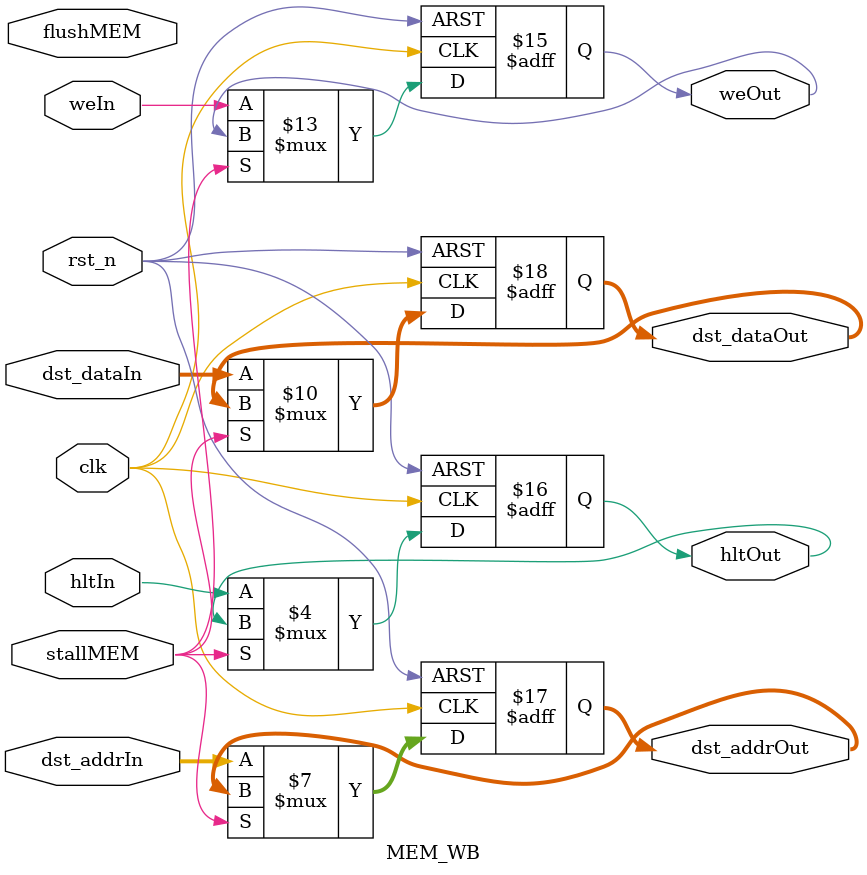
<source format=v>
module MEM_WB(hltOut, weOut, dst_dataOut, dst_addrOut,
			  /*input*/
			  hltIn, weIn, dst_dataIn, dst_addrIn, stallMEM, flushMEM, clk, rst_n);
	output reg weOut, hltOut;
	output reg [3:0] dst_addrOut;
	output reg [15:0] dst_dataOut;

	input weIn, stallMEM, flushMEM, clk, rst_n, hltIn;
	input [3:0] dst_addrIn;
	input [15:0] dst_dataIn;

	always @(posedge clk, negedge rst_n)
		if(!rst_n)
		begin
			weOut<=0;
			dst_dataOut<=0;
			dst_addrOut<=0;
			hltOut <=0;
		end
		else if(stallMEM)
		begin
			weOut<=weOut;
			dst_dataOut<=dst_dataOut;
			dst_addrOut<=dst_addrOut;
			hltOut <=hltOut;
		end
		/*
		else if(flushMEM)
		begin
			weOut<=0;
			dst_dataOut<=0;
			dst_addrOut<=0;
			hltOut <=0;
		end
		*/
		else begin
			weOut<=weIn;
			dst_dataOut<=dst_dataIn;
			dst_addrOut<=dst_addrIn;
			hltOut <=hltIn;
		end
endmodule
</source>
